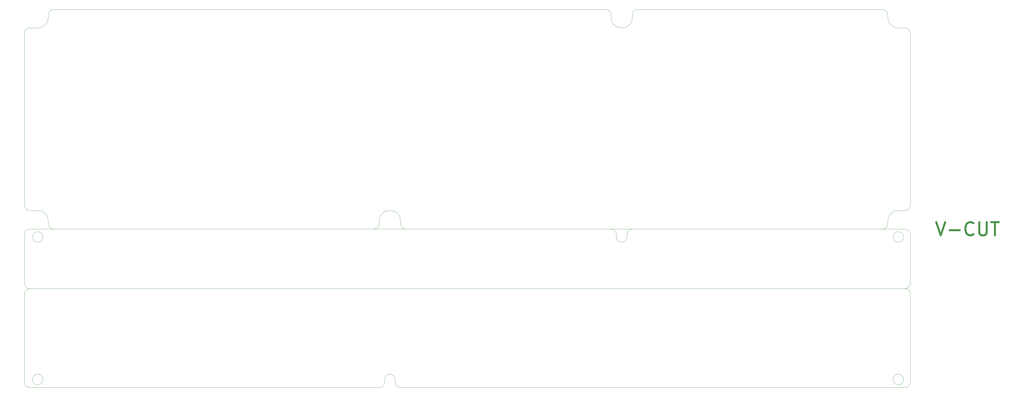
<source format=gbr>
%TF.GenerationSoftware,KiCad,Pcbnew,8.0.4*%
%TF.CreationDate,2024-10-04T20:54:15+09:00*%
%TF.ProjectId,FullHouse_Main_V6.0,46756c6c-486f-4757-9365-5f4d61696e5f,rev?*%
%TF.SameCoordinates,Original*%
%TF.FileFunction,Profile,NP*%
%FSLAX46Y46*%
G04 Gerber Fmt 4.6, Leading zero omitted, Abs format (unit mm)*
G04 Created by KiCad (PCBNEW 8.0.4) date 2024-10-04 20:54:15*
%MOMM*%
%LPD*%
G01*
G04 APERTURE LIST*
%TA.AperFunction,Profile*%
%ADD10C,0.050000*%
%TD*%
%TA.AperFunction,Profile*%
%ADD11C,0.100000*%
%TD*%
%ADD12C,0.750000*%
G04 APERTURE END LIST*
D10*
X36050000Y-171485000D02*
G75*
G02*
X34050000Y-169485000I0J2000000D01*
G01*
X358050000Y-65985000D02*
G75*
G02*
X360050000Y-67985000I0J-2000000D01*
G01*
X43050000Y-67985000D02*
G75*
G02*
X45050000Y-65985000I2000000J0D01*
G01*
X168050000Y-208865000D02*
X36050000Y-208865000D01*
X261550000Y-150985000D02*
X261550000Y-151985000D01*
X174050000Y-205865000D02*
X174050000Y-206865000D01*
X368550000Y-173485000D02*
X368550000Y-206865000D01*
X368550000Y-139985000D02*
G75*
G02*
X366550000Y-141985000I-2000000J0D01*
G01*
D11*
X41050000Y-151985000D02*
G75*
G02*
X37050000Y-151985000I-2000000J0D01*
G01*
X37050000Y-151985000D02*
G75*
G02*
X41050000Y-151985000I2000000J0D01*
G01*
D10*
X366550000Y-148985000D02*
G75*
G02*
X368550000Y-150985000I0J-2000000D01*
G01*
X36050000Y-141985000D02*
G75*
G02*
X34050000Y-139985000I0J2000000D01*
G01*
X366550000Y-208865000D02*
X176050000Y-208865000D01*
X360050000Y-146937500D02*
X360050000Y-145985000D01*
D11*
X41050000Y-205865000D02*
G75*
G02*
X37050000Y-205865000I-2000000J0D01*
G01*
X37050000Y-205865000D02*
G75*
G02*
X41050000Y-205865000I2000000J0D01*
G01*
D10*
X168050000Y-145985000D02*
G75*
G02*
X176050000Y-145985000I4000000J0D01*
G01*
X347200000Y-208865000D02*
X255540000Y-208865000D01*
D11*
X366050000Y-151985000D02*
G75*
G02*
X362050000Y-151985000I-2000000J0D01*
G01*
X362050000Y-151985000D02*
G75*
G02*
X366050000Y-151985000I2000000J0D01*
G01*
D10*
X43050000Y-146985000D02*
X43050000Y-145985000D01*
X168050000Y-146985000D02*
G75*
G02*
X166050000Y-148985000I-2000000J0D01*
G01*
X36050000Y-208865000D02*
G75*
G02*
X34050000Y-206865000I0J2000000D01*
G01*
X36050000Y-72985000D02*
X39050000Y-72985000D01*
X257550000Y-151985000D02*
X257550000Y-150985000D01*
X176050000Y-208865000D02*
G75*
G02*
X174050000Y-206865000I0J2000000D01*
G01*
X364050000Y-141985000D02*
X366550000Y-141985000D01*
X34050000Y-150985000D02*
G75*
G02*
X36050000Y-148985000I2000000J0D01*
G01*
X347200000Y-208865000D02*
X348040000Y-208865000D01*
X43050000Y-68985000D02*
G75*
G02*
X39050000Y-72985000I-3999980J-20D01*
G01*
X368550000Y-74985000D02*
X368550000Y-139985000D01*
X36050000Y-208865000D02*
X156040000Y-208865000D01*
D11*
X366050000Y-205865000D02*
G75*
G02*
X362050000Y-205865000I-2000000J0D01*
G01*
X362050000Y-205865000D02*
G75*
G02*
X366050000Y-205865000I2000000J0D01*
G01*
D10*
X368550000Y-206865000D02*
G75*
G02*
X366550000Y-208865000I-2000000J0D01*
G01*
X360050000Y-146937500D02*
G75*
G02*
X358050000Y-148985052I-2000000J-47000D01*
G01*
X364050000Y-72985000D02*
X366550000Y-72985000D01*
X39050000Y-141985000D02*
G75*
G02*
X43050000Y-145985000I0J-4000000D01*
G01*
X253550000Y-65985000D02*
X45050000Y-65985000D01*
X366550000Y-171485000D02*
X36050000Y-171485000D01*
X366550000Y-171485000D02*
G75*
G02*
X368550000Y-173485000I0J-2000000D01*
G01*
X261550000Y-150985000D02*
G75*
G02*
X263550000Y-148985000I2000000J0D01*
G01*
X360050000Y-145985000D02*
G75*
G02*
X364050000Y-141985000I4000000J0D01*
G01*
X170050000Y-205865000D02*
G75*
G02*
X174050000Y-205865000I2000000J0D01*
G01*
X168050000Y-146985000D02*
X168050000Y-145985000D01*
X178050000Y-148985000D02*
G75*
G02*
X176050000Y-146985000I0J2000000D01*
G01*
X263550000Y-67985000D02*
G75*
G02*
X265550000Y-65985000I2000000J0D01*
G01*
X263550000Y-68985000D02*
G75*
G02*
X255550000Y-68985000I-4000000J0D01*
G01*
X45050000Y-148985000D02*
G75*
G02*
X43050000Y-146985000I0J2000000D01*
G01*
X265550000Y-65985000D02*
X358050000Y-65985000D01*
X43050000Y-67985000D02*
X43050000Y-68985000D01*
X364050000Y-72985000D02*
G75*
G02*
X360050000Y-68985000I0J4000000D01*
G01*
X170050000Y-206865000D02*
X170050000Y-205865000D01*
X34050000Y-74985000D02*
G75*
G02*
X36050000Y-72985000I2000000J0D01*
G01*
X368550000Y-150985000D02*
X368550000Y-169485000D01*
X366550000Y-72985000D02*
G75*
G02*
X368550000Y-74985000I0J-2000000D01*
G01*
X255550000Y-148985000D02*
G75*
G02*
X257550000Y-150985000I0J-2000000D01*
G01*
X263550000Y-67985000D02*
X263550000Y-68985000D01*
X255550000Y-68985000D02*
X255550000Y-67985000D01*
X34050000Y-150985000D02*
X34050000Y-169485000D01*
X360050000Y-67985000D02*
X360050000Y-68985000D01*
X366550000Y-148985000D02*
X36050000Y-148985000D01*
X261550000Y-151985000D02*
G75*
G02*
X257550000Y-151985000I-2000000J0D01*
G01*
X253550000Y-65985000D02*
G75*
G02*
X255550000Y-67985000I0J-2000000D01*
G01*
X34050000Y-173485000D02*
X34050000Y-206865000D01*
X176050000Y-146985000D02*
X176050000Y-145985000D01*
X368550000Y-169485000D02*
G75*
G02*
X366550000Y-171485000I-2000000J0D01*
G01*
X347200000Y-208865000D02*
X255540000Y-208865000D01*
X34050000Y-74985000D02*
X34050000Y-139985000D01*
X347200000Y-208865000D02*
X348040000Y-208865000D01*
X170050000Y-206865000D02*
G75*
G02*
X168050000Y-208865000I-2000000J0D01*
G01*
X34050000Y-173485000D02*
G75*
G02*
X36050000Y-171485000I2000000J0D01*
G01*
X39050000Y-141985000D02*
X36050000Y-141985000D01*
D12*
X378340205Y-146314509D02*
X380006872Y-151314509D01*
X380006872Y-151314509D02*
X381673538Y-146314509D01*
X383340205Y-149409747D02*
X387149729Y-149409747D01*
X392387824Y-150838318D02*
X392149728Y-151076414D01*
X392149728Y-151076414D02*
X391435443Y-151314509D01*
X391435443Y-151314509D02*
X390959252Y-151314509D01*
X390959252Y-151314509D02*
X390244966Y-151076414D01*
X390244966Y-151076414D02*
X389768776Y-150600223D01*
X389768776Y-150600223D02*
X389530681Y-150124033D01*
X389530681Y-150124033D02*
X389292585Y-149171652D01*
X389292585Y-149171652D02*
X389292585Y-148457366D01*
X389292585Y-148457366D02*
X389530681Y-147504985D01*
X389530681Y-147504985D02*
X389768776Y-147028794D01*
X389768776Y-147028794D02*
X390244966Y-146552604D01*
X390244966Y-146552604D02*
X390959252Y-146314509D01*
X390959252Y-146314509D02*
X391435443Y-146314509D01*
X391435443Y-146314509D02*
X392149728Y-146552604D01*
X392149728Y-146552604D02*
X392387824Y-146790699D01*
X394530681Y-146314509D02*
X394530681Y-150362128D01*
X394530681Y-150362128D02*
X394768776Y-150838318D01*
X394768776Y-150838318D02*
X395006871Y-151076414D01*
X395006871Y-151076414D02*
X395483062Y-151314509D01*
X395483062Y-151314509D02*
X396435443Y-151314509D01*
X396435443Y-151314509D02*
X396911633Y-151076414D01*
X396911633Y-151076414D02*
X397149728Y-150838318D01*
X397149728Y-150838318D02*
X397387824Y-150362128D01*
X397387824Y-150362128D02*
X397387824Y-146314509D01*
X399054490Y-146314509D02*
X401911633Y-146314509D01*
X400483061Y-151314509D02*
X400483061Y-146314509D01*
M02*

</source>
